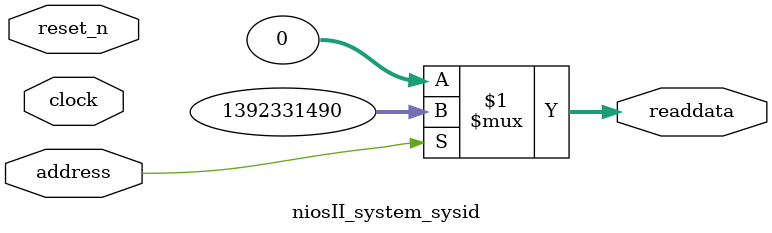
<source format=v>

`timescale 1ns / 1ps
// synthesis translate_on

// turn off superfluous verilog processor warnings 
// altera message_level Level1 
// altera message_off 10034 10035 10036 10037 10230 10240 10030 

module niosII_system_sysid (
               // inputs:
                address,
                clock,
                reset_n,

               // outputs:
                readdata
             )
;

  output  [ 31: 0] readdata;
  input            address;
  input            clock;
  input            reset_n;

  wire    [ 31: 0] readdata;
  //control_slave, which is an e_avalon_slave
  assign readdata = address ? 1392331490 : 0;

endmodule




</source>
